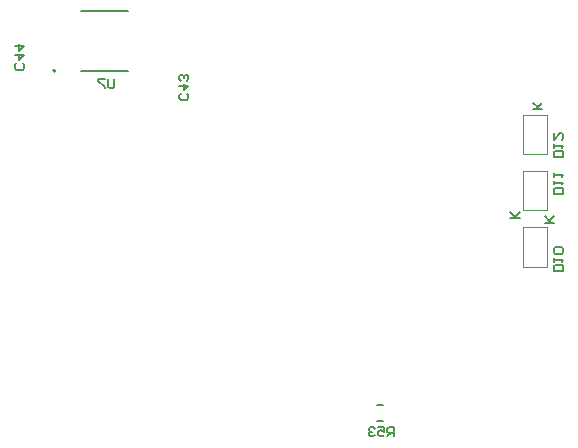
<source format=gbo>
G04*
G04 #@! TF.GenerationSoftware,Altium Limited,Altium Designer,21.0.9 (235)*
G04*
G04 Layer_Color=32896*
%FSLAX24Y24*%
%MOIN*%
G70*
G04*
G04 #@! TF.SameCoordinates,2D4ACE21-508C-4F28-9509-530EA4604CDE*
G04*
G04*
G04 #@! TF.FilePolarity,Positive*
G04*
G01*
G75*
%ADD11C,0.0050*%
%ADD12C,0.0079*%
%ADD22C,0.0010*%
%ADD25C,0.0059*%
D11*
X29563Y60594D02*
X29737D01*
X29563Y61146D02*
X29737D01*
X19685Y74254D02*
X21255D01*
X19685Y72266D02*
X21255D01*
D12*
X18836Y72274D02*
G03*
X18836Y72274I-39J0D01*
G01*
D22*
X34430Y69490D02*
X34770D01*
X34430Y70800D02*
X35230D01*
Y69490D02*
Y70800D01*
X34770Y69490D02*
X35230D01*
X34430D02*
Y70800D01*
X35230Y67616D02*
Y68926D01*
X34430D02*
X34890D01*
X34430Y67616D02*
Y68926D01*
Y67616D02*
X35230D01*
X34890Y68926D02*
X35230D01*
X34430Y65746D02*
Y67056D01*
X34770Y65746D02*
X35230D01*
Y67056D01*
X34430D02*
X35230D01*
X34430Y65746D02*
X34770D01*
D25*
X30110Y60083D02*
Y60397D01*
X29952D01*
X29900Y60345D01*
Y60240D01*
X29952Y60188D01*
X30110D01*
X30005D02*
X29900Y60083D01*
X29585Y60397D02*
X29795D01*
Y60240D01*
X29690Y60292D01*
X29638D01*
X29585Y60240D01*
Y60135D01*
X29638Y60083D01*
X29742D01*
X29795Y60135D01*
X29480Y60345D02*
X29428Y60397D01*
X29323D01*
X29270Y60345D01*
Y60292D01*
X29323Y60240D01*
X29375D01*
X29323D01*
X29270Y60188D01*
Y60135D01*
X29323Y60083D01*
X29428D01*
X29480Y60135D01*
X35064Y70999D02*
X34749D01*
X34854D01*
X35064Y71209D01*
X34906Y71052D01*
X34749Y71209D01*
X34304Y67359D02*
X33989D01*
X34094D01*
X34304Y67569D01*
X34146Y67412D01*
X33989Y67569D01*
X35454Y67209D02*
X35139D01*
X35244D01*
X35454Y67419D01*
X35296Y67262D01*
X35139Y67419D01*
X35757Y69396D02*
X35443D01*
Y69554D01*
X35495Y69606D01*
X35705D01*
X35757Y69554D01*
Y69396D01*
X35443Y69711D02*
Y69816D01*
Y69764D01*
X35757D01*
X35705Y69711D01*
X35443Y70184D02*
Y69974D01*
X35652Y70184D01*
X35705D01*
X35757Y70131D01*
Y70026D01*
X35705Y69974D01*
X35757Y68169D02*
X35443D01*
Y68326D01*
X35495Y68379D01*
X35705D01*
X35757Y68326D01*
Y68169D01*
X35443Y68484D02*
Y68589D01*
Y68536D01*
X35757D01*
X35705Y68484D01*
X35443Y68746D02*
Y68851D01*
Y68799D01*
X35757D01*
X35705Y68746D01*
X35757Y65596D02*
X35443D01*
Y65754D01*
X35495Y65806D01*
X35705D01*
X35757Y65754D01*
Y65596D01*
X35443Y65911D02*
Y66016D01*
Y65964D01*
X35757D01*
X35705Y65911D01*
Y66174D02*
X35757Y66226D01*
Y66331D01*
X35705Y66384D01*
X35495D01*
X35443Y66331D01*
Y66226D01*
X35495Y66174D01*
X35705D01*
X20792Y71997D02*
Y71735D01*
X20740Y71683D01*
X20635D01*
X20582Y71735D01*
Y71997D01*
X20478D02*
X20268D01*
Y71945D01*
X20478Y71735D01*
Y71683D01*
X17735Y72520D02*
X17787Y72468D01*
Y72363D01*
X17735Y72310D01*
X17525D01*
X17473Y72363D01*
Y72468D01*
X17525Y72520D01*
X17473Y72782D02*
X17787D01*
X17630Y72625D01*
Y72835D01*
X17473Y73097D02*
X17787D01*
X17630Y72940D01*
Y73150D01*
X23215Y71510D02*
X23267Y71458D01*
Y71353D01*
X23215Y71300D01*
X23005D01*
X22953Y71353D01*
Y71458D01*
X23005Y71510D01*
X22953Y71772D02*
X23267D01*
X23110Y71615D01*
Y71825D01*
X23215Y71930D02*
X23267Y71982D01*
Y72087D01*
X23215Y72140D01*
X23162D01*
X23110Y72087D01*
Y72035D01*
Y72087D01*
X23058Y72140D01*
X23005D01*
X22953Y72087D01*
Y71982D01*
X23005Y71930D01*
M02*

</source>
